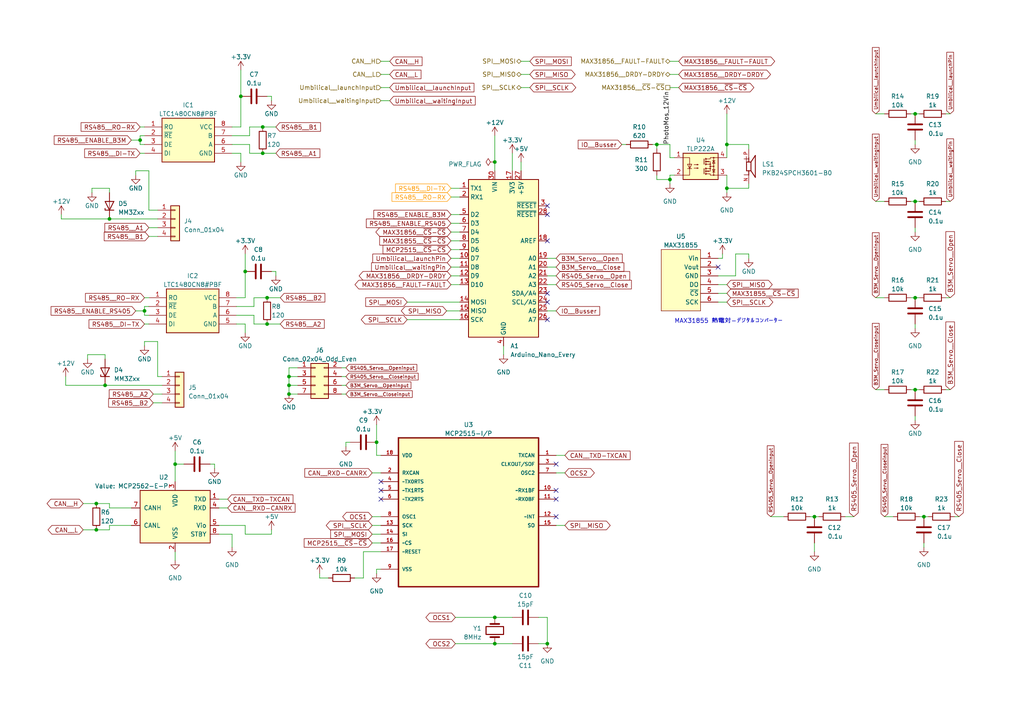
<source format=kicad_sch>
(kicad_sch (version 20230121) (generator eeschema)
  (paper "A4")
  (junction (at 27.94 153.67))
  (junction (at 83.82 114.3))
  (junction (at 143.51 186.69))
  (junction (at 76.2 36.83))
  (junction (at 210.82 54.61))
  (junction (at 210.82 41.91))
  (junction (at 236.22 149.86))
  (junction (at 143.51 179.07))
  (junction (at 40.64 40.64))
  (junction (at 83.82 111.76))
  (junction (at 265.43 86.36))
  (junction (at 50.8 134.62))
  (junction (at 77.47 86.36))
  (junction (at 265.43 113.03))
  (junction (at 190.5 41.91))
  (junction (at 76.2 44.45))
  (junction (at 194.31 52.07))
  (junction (at 31.75 63.5))
  (junction (at 265.43 58.42))
  (junction (at 69.85 27.94))
  (junction (at 41.91 90.17))
  (junction (at 71.12 78.74))
  (junction (at 77.47 93.98))
  (junction (at 109.22 128.27))
  (junction (at 83.82 109.22))
  (junction (at 30.48 111.76))
  (junction (at 158.75 186.69))
  (junction (at 267.97 149.86))
  (junction (at 265.43 33.02))
  (junction (at 27.94 146.05))
  (junction (at 143.51 46.99))
  (no_connect (at 158.75 92.71))
  (no_connect (at 208.28 77.47))
  (no_connect (at 158.75 62.23))
  (no_connect (at 161.29 144.78))
  (no_connect (at 158.75 85.09))
  (no_connect (at 161.29 134.62))
  (no_connect (at 158.75 69.85))
  (no_connect (at 110.49 139.7))
  (no_connect (at 158.75 87.63))
  (no_connect (at 161.29 149.86))
  (no_connect (at 110.49 144.78))
  (no_connect (at 161.29 142.24))
  (no_connect (at 110.49 142.24))
  (no_connect (at 158.75 59.69))
  (wire (pts (xy 67.31 41.91) (xy 72.39 41.91)))
  (wire (pts (xy 43.18 60.96) (xy 43.18 49.53)))
  (wire (pts (xy 213.36 80.01) (xy 213.36 73.66)))
  (wire (pts (xy 105.41 160.02) (xy 110.49 160.02)))
  (wire (pts (xy 113.03 21.59) (xy 110.49 21.59)))
  (wire (pts (xy 158.75 77.47) (xy 161.29 77.47)))
  (wire (pts (xy 130.81 80.01) (xy 133.35 80.01)))
  (wire (pts (xy 194.31 50.8) (xy 194.31 52.07)))
  (wire (pts (xy 210.82 41.91) (xy 217.17 41.91)))
  (wire (pts (xy 30.48 111.76) (xy 46.99 111.76)))
  (wire (pts (xy 107.95 149.86) (xy 110.49 149.86)))
  (wire (pts (xy 210.82 33.02) (xy 210.82 41.91)))
  (wire (pts (xy 105.41 167.64) (xy 105.41 160.02)))
  (wire (pts (xy 72.39 44.45) (xy 76.2 44.45)))
  (wire (pts (xy 73.66 86.36) (xy 77.47 86.36)))
  (wire (pts (xy 38.1 147.32) (xy 31.75 147.32)))
  (wire (pts (xy 217.17 43.18) (xy 217.17 41.91)))
  (wire (pts (xy 210.82 55.88) (xy 210.82 54.61)))
  (wire (pts (xy 245.11 149.86) (xy 247.65 149.86)))
  (wire (pts (xy 194.31 52.07) (xy 190.5 52.07)))
  (wire (pts (xy 69.85 27.94) (xy 69.85 36.83)))
  (wire (pts (xy 69.85 44.45) (xy 69.85 46.99)))
  (wire (pts (xy 236.22 157.48) (xy 236.22 160.02)))
  (wire (pts (xy 99.06 111.76) (xy 100.33 111.76)))
  (wire (pts (xy 68.58 91.44) (xy 73.66 91.44)))
  (wire (pts (xy 41.91 88.9) (xy 41.91 90.17)))
  (wire (pts (xy 102.87 167.64) (xy 105.41 167.64)))
  (wire (pts (xy 62.23 134.62) (xy 62.23 135.89)))
  (wire (pts (xy 50.8 162.56) (xy 50.8 160.02)))
  (wire (pts (xy 276.86 149.86) (xy 278.13 149.86)))
  (wire (pts (xy 80.01 80.01) (xy 80.01 78.74)))
  (wire (pts (xy 265.43 86.36) (xy 264.16 86.36)))
  (wire (pts (xy 31.75 147.32) (xy 31.75 146.05)))
  (wire (pts (xy 109.22 165.1) (xy 109.22 166.37)))
  (wire (pts (xy 24.13 153.67) (xy 27.94 153.67)))
  (wire (pts (xy 130.81 57.15) (xy 133.35 57.15)))
  (wire (pts (xy 130.81 77.47) (xy 133.35 77.47)))
  (wire (pts (xy 45.72 60.96) (xy 43.18 60.96)))
  (wire (pts (xy 30.48 104.14) (xy 30.48 102.87)))
  (wire (pts (xy 163.83 137.16) (xy 161.29 137.16)))
  (wire (pts (xy 110.49 25.4) (xy 113.03 25.4)))
  (wire (pts (xy 66.04 147.32) (xy 63.5 147.32)))
  (wire (pts (xy 31.75 152.4) (xy 31.75 153.67)))
  (wire (pts (xy 41.91 86.36) (xy 43.18 86.36)))
  (wire (pts (xy 69.85 20.32) (xy 69.85 27.94)))
  (wire (pts (xy 275.59 86.36) (xy 274.32 86.36)))
  (wire (pts (xy 68.58 88.9) (xy 73.66 88.9)))
  (wire (pts (xy 265.43 93.98) (xy 265.43 95.25)))
  (wire (pts (xy 73.66 93.98) (xy 77.47 93.98)))
  (wire (pts (xy 194.31 17.78) (xy 196.85 17.78)))
  (wire (pts (xy 213.36 73.66) (xy 217.17 73.66)))
  (wire (pts (xy 265.43 120.65) (xy 265.43 121.92)))
  (wire (pts (xy 78.74 27.94) (xy 77.47 27.94)))
  (wire (pts (xy 43.18 68.58) (xy 45.72 68.58)))
  (wire (pts (xy 107.95 152.4) (xy 110.49 152.4)))
  (wire (pts (xy 71.12 73.66) (xy 71.12 78.74)))
  (wire (pts (xy 256.54 149.86) (xy 259.08 149.86)))
  (wire (pts (xy 158.75 82.55) (xy 161.29 82.55)))
  (wire (pts (xy 190.5 41.91) (xy 194.31 41.91)))
  (wire (pts (xy 217.17 73.66) (xy 217.17 74.93)))
  (wire (pts (xy 41.91 90.17) (xy 41.91 91.44)))
  (wire (pts (xy 40.64 44.45) (xy 41.91 44.45)))
  (wire (pts (xy 73.66 88.9) (xy 73.66 86.36)))
  (wire (pts (xy 264.16 33.02) (xy 265.43 33.02)))
  (wire (pts (xy 38.1 40.64) (xy 40.64 40.64)))
  (wire (pts (xy 190.5 41.91) (xy 190.5 43.18)))
  (wire (pts (xy 77.47 93.98) (xy 81.28 93.98)))
  (wire (pts (xy 275.59 113.03) (xy 274.32 113.03)))
  (wire (pts (xy 40.64 40.64) (xy 40.64 41.91)))
  (wire (pts (xy 148.59 44.45) (xy 148.59 49.53)))
  (wire (pts (xy 31.75 146.05) (xy 27.94 146.05)))
  (wire (pts (xy 76.2 36.83) (xy 80.01 36.83)))
  (wire (pts (xy 67.31 39.37) (xy 72.39 39.37)))
  (wire (pts (xy 151.13 17.78) (xy 153.67 17.78)))
  (wire (pts (xy 234.95 149.86) (xy 236.22 149.86)))
  (wire (pts (xy 210.82 45.72) (xy 210.82 41.91)))
  (wire (pts (xy 46.99 109.22) (xy 45.72 109.22)))
  (wire (pts (xy 40.64 36.83) (xy 41.91 36.83)))
  (wire (pts (xy 17.78 63.5) (xy 31.75 63.5)))
  (wire (pts (xy 208.28 80.01) (xy 213.36 80.01)))
  (wire (pts (xy 66.04 144.78) (xy 63.5 144.78)))
  (wire (pts (xy 109.22 132.08) (xy 110.49 132.08)))
  (wire (pts (xy 41.91 93.98) (xy 43.18 93.98)))
  (wire (pts (xy 72.39 39.37) (xy 72.39 36.83)))
  (wire (pts (xy 158.75 74.93) (xy 161.29 74.93)))
  (wire (pts (xy 40.64 41.91) (xy 41.91 41.91)))
  (wire (pts (xy 190.5 52.07) (xy 190.5 50.8)))
  (wire (pts (xy 71.12 93.98) (xy 71.12 96.52)))
  (wire (pts (xy 24.13 146.05) (xy 27.94 146.05)))
  (wire (pts (xy 86.36 109.22) (xy 83.82 109.22)))
  (wire (pts (xy 86.36 111.76) (xy 83.82 111.76)))
  (wire (pts (xy 156.21 179.07) (xy 158.75 179.07)))
  (wire (pts (xy 110.49 29.21) (xy 113.03 29.21)))
  (wire (pts (xy 31.75 55.88) (xy 31.75 54.61)))
  (wire (pts (xy 194.31 45.72) (xy 195.58 45.72)))
  (wire (pts (xy 223.52 149.86) (xy 227.33 149.86)))
  (wire (pts (xy 208.28 82.55) (xy 210.82 82.55)))
  (wire (pts (xy 83.82 109.22) (xy 83.82 111.76)))
  (wire (pts (xy 130.81 67.31) (xy 133.35 67.31)))
  (wire (pts (xy 76.2 44.45) (xy 80.01 44.45)))
  (wire (pts (xy 143.51 46.99) (xy 143.51 49.53)))
  (wire (pts (xy 19.05 109.22) (xy 19.05 111.76)))
  (wire (pts (xy 39.37 49.53) (xy 39.37 50.8)))
  (wire (pts (xy 71.12 154.94) (xy 78.74 154.94)))
  (wire (pts (xy 194.31 21.59) (xy 196.85 21.59)))
  (wire (pts (xy 194.31 52.07) (xy 194.31 53.34)))
  (wire (pts (xy 264.16 113.03) (xy 265.43 113.03)))
  (wire (pts (xy 129.54 90.17) (xy 133.35 90.17)))
  (wire (pts (xy 31.75 54.61) (xy 26.67 54.61)))
  (wire (pts (xy 236.22 149.86) (xy 237.49 149.86)))
  (wire (pts (xy 44.45 114.3) (xy 46.99 114.3)))
  (wire (pts (xy 146.05 100.33) (xy 146.05 102.87)))
  (wire (pts (xy 158.75 90.17) (xy 161.29 90.17)))
  (wire (pts (xy 72.39 41.91) (xy 72.39 44.45)))
  (wire (pts (xy 41.91 99.06) (xy 41.91 100.33)))
  (wire (pts (xy 50.8 134.62) (xy 50.8 139.7)))
  (wire (pts (xy 17.78 62.23) (xy 17.78 63.5)))
  (wire (pts (xy 158.75 179.07) (xy 158.75 186.69)))
  (wire (pts (xy 275.59 58.42) (xy 274.32 58.42)))
  (wire (pts (xy 26.67 54.61) (xy 26.67 55.88)))
  (wire (pts (xy 130.81 54.61) (xy 133.35 54.61)))
  (wire (pts (xy 265.43 86.36) (xy 266.7 86.36)))
  (wire (pts (xy 158.75 80.01) (xy 161.29 80.01)))
  (wire (pts (xy 210.82 54.61) (xy 217.17 54.61)))
  (wire (pts (xy 67.31 36.83) (xy 69.85 36.83)))
  (wire (pts (xy 132.08 179.07) (xy 143.51 179.07)))
  (wire (pts (xy 73.66 91.44) (xy 73.66 93.98)))
  (wire (pts (xy 41.91 91.44) (xy 43.18 91.44)))
  (wire (pts (xy 254 33.02) (xy 256.54 33.02)))
  (wire (pts (xy 143.51 186.69) (xy 148.59 186.69)))
  (wire (pts (xy 86.36 106.68) (xy 83.82 106.68)))
  (wire (pts (xy 109.22 123.19) (xy 109.22 128.27)))
  (wire (pts (xy 30.48 102.87) (xy 25.4 102.87)))
  (wire (pts (xy 266.7 58.42) (xy 265.43 58.42)))
  (wire (pts (xy 151.13 21.59) (xy 153.67 21.59)))
  (wire (pts (xy 209.55 73.66) (xy 209.55 74.93)))
  (wire (pts (xy 99.06 109.22) (xy 100.33 109.22)))
  (wire (pts (xy 275.59 33.02) (xy 274.32 33.02)))
  (wire (pts (xy 31.75 63.5) (xy 45.72 63.5)))
  (wire (pts (xy 267.97 157.48) (xy 267.97 158.75)))
  (wire (pts (xy 151.13 46.99) (xy 151.13 49.53)))
  (wire (pts (xy 72.39 36.83) (xy 76.2 36.83)))
  (wire (pts (xy 189.23 41.91) (xy 190.5 41.91)))
  (wire (pts (xy 78.74 29.21) (xy 78.74 27.94)))
  (wire (pts (xy 118.11 87.63) (xy 133.35 87.63)))
  (wire (pts (xy 92.71 167.64) (xy 92.71 166.37)))
  (wire (pts (xy 45.72 99.06) (xy 41.91 99.06)))
  (wire (pts (xy 53.34 134.62) (xy 50.8 134.62)))
  (wire (pts (xy 130.81 64.77) (xy 133.35 64.77)))
  (wire (pts (xy 67.31 154.94) (xy 63.5 154.94)))
  (wire (pts (xy 77.47 86.36) (xy 81.28 86.36)))
  (wire (pts (xy 180.34 41.91) (xy 181.61 41.91)))
  (wire (pts (xy 266.7 149.86) (xy 267.97 149.86)))
  (wire (pts (xy 31.75 153.67) (xy 27.94 153.67)))
  (wire (pts (xy 130.81 72.39) (xy 133.35 72.39)))
  (wire (pts (xy 254 113.03) (xy 256.54 113.03)))
  (wire (pts (xy 266.7 33.02) (xy 265.43 33.02)))
  (wire (pts (xy 68.58 86.36) (xy 71.12 86.36)))
  (wire (pts (xy 130.81 74.93) (xy 133.35 74.93)))
  (wire (pts (xy 68.58 93.98) (xy 71.12 93.98)))
  (wire (pts (xy 101.6 128.27) (xy 100.33 128.27)))
  (wire (pts (xy 143.51 179.07) (xy 148.59 179.07)))
  (wire (pts (xy 99.06 106.68) (xy 100.33 106.68)))
  (wire (pts (xy 38.1 152.4) (xy 31.75 152.4)))
  (wire (pts (xy 19.05 111.76) (xy 30.48 111.76)))
  (wire (pts (xy 156.21 186.69) (xy 158.75 186.69)))
  (wire (pts (xy 43.18 49.53) (xy 39.37 49.53)))
  (wire (pts (xy 78.74 154.94) (xy 78.74 153.67)))
  (wire (pts (xy 71.12 152.4) (xy 63.5 152.4)))
  (wire (pts (xy 107.95 157.48) (xy 110.49 157.48)))
  (wire (pts (xy 100.33 128.27) (xy 100.33 129.54)))
  (wire (pts (xy 217.17 54.61) (xy 217.17 53.34)))
  (wire (pts (xy 41.91 39.37) (xy 40.64 39.37)))
  (wire (pts (xy 132.08 186.69) (xy 143.51 186.69)))
  (wire (pts (xy 194.31 25.4) (xy 196.85 25.4)))
  (wire (pts (xy 95.25 167.64) (xy 92.71 167.64)))
  (wire (pts (xy 143.51 39.37) (xy 143.51 46.99)))
  (wire (pts (xy 50.8 130.81) (xy 50.8 134.62)))
  (wire (pts (xy 254 86.36) (xy 256.54 86.36)))
  (wire (pts (xy 110.49 165.1) (xy 109.22 165.1)))
  (wire (pts (xy 45.72 109.22) (xy 45.72 99.06)))
  (wire (pts (xy 71.12 154.94) (xy 71.12 152.4)))
  (wire (pts (xy 43.18 66.04) (xy 45.72 66.04)))
  (wire (pts (xy 194.31 41.91) (xy 194.31 45.72)))
  (wire (pts (xy 80.01 78.74) (xy 78.74 78.74)))
  (wire (pts (xy 60.96 134.62) (xy 62.23 134.62)))
  (wire (pts (xy 83.82 106.68) (xy 83.82 109.22)))
  (wire (pts (xy 109.22 128.27) (xy 109.22 132.08)))
  (wire (pts (xy 254 58.42) (xy 256.54 58.42)))
  (wire (pts (xy 163.83 132.08) (xy 161.29 132.08)))
  (wire (pts (xy 107.95 154.94) (xy 110.49 154.94)))
  (wire (pts (xy 113.03 17.78) (xy 110.49 17.78)))
  (wire (pts (xy 25.4 102.87) (xy 25.4 104.14)))
  (wire (pts (xy 163.83 152.4) (xy 161.29 152.4)))
  (wire (pts (xy 107.95 137.16) (xy 110.49 137.16)))
  (wire (pts (xy 71.12 78.74) (xy 71.12 86.36)))
  (wire (pts (xy 267.97 149.86) (xy 269.24 149.86)))
  (wire (pts (xy 195.58 50.8) (xy 194.31 50.8)))
  (wire (pts (xy 39.37 90.17) (xy 41.91 90.17)))
  (wire (pts (xy 99.06 114.3) (xy 100.33 114.3)))
  (wire (pts (xy 118.11 92.71) (xy 133.35 92.71)))
  (wire (pts (xy 40.64 39.37) (xy 40.64 40.64)))
  (wire (pts (xy 265.43 67.31) (xy 265.43 66.04)))
  (wire (pts (xy 83.82 114.3) (xy 86.36 114.3)))
  (wire (pts (xy 43.18 88.9) (xy 41.91 88.9)))
  (wire (pts (xy 130.81 82.55) (xy 133.35 82.55)))
  (wire (pts (xy 265.43 58.42) (xy 264.16 58.42)))
  (wire (pts (xy 266.7 113.03) (xy 265.43 113.03)))
  (wire (pts (xy 265.43 41.91) (xy 265.43 40.64)))
  (wire (pts (xy 130.81 62.23) (xy 133.35 62.23)))
  (wire (pts (xy 151.13 25.4) (xy 153.67 25.4)))
  (wire (pts (xy 208.28 74.93) (xy 209.55 74.93)))
  (wire (pts (xy 67.31 158.75) (xy 67.31 154.94)))
  (wire (pts (xy 67.31 44.45) (xy 69.85 44.45)))
  (wire (pts (xy 208.28 87.63) (xy 210.82 87.63)))
  (wire (pts (xy 130.81 69.85) (xy 133.35 69.85)))
  (wire (pts (xy 83.82 111.76) (xy 83.82 114.3)))
  (wire (pts (xy 210.82 85.09) (xy 208.28 85.09)))
  (wire (pts (xy 44.45 116.84) (xy 46.99 116.84)))
  (wire (pts (xy 210.82 50.8) (xy 210.82 54.61)))
  (text "MAX31855 熱電対-デジタルコンバーター" (at 195.58 93.98 0) (effects (font (size 1.27 1.27)) (justify left bottom)))
  (label "PhotoMos_12Vin" (at 194.31 41.91 90))
  (global_label "Umbilical__waitingPin" (shape input) (at 275.59 58.42 90) (effects (font (size 1 1))) (property "Intersheetrefs" "${INTERSHEET_REFS}" (effects hide)))
  (global_label "B3M_Servo__Openinput" (shape input) (at 100.33 111.76 0) (effects (font (size 1 1))) (property "Intersheetrefs" "${INTERSHEET_REFS}" (effects hide)))
  (global_label "MCP2515__~{CS}-~{CS}" (shape input) (at 107.95 157.48 180) (property "Intersheetrefs" "${INTERSHEET_REFS}" (effects hide)))
  (global_label "RS405_Servo__Close" (shape input) (at 278.13 149.86 90) (property "Intersheetrefs" "${INTERSHEET_REFS}" (effects hide)))
  (global_label "RS405_Servo__Openinput" (shape input) (at 223.52 149.86 90) (effects (font (size 1 1))) (property "Intersheetrefs" "${INTERSHEET_REFS}" (effects hide)))
  (global_label "RS405_Servo__Closeinput" (shape input) (at 256.54 149.86 90) (effects (font (size 1 1))) (property "Intersheetrefs" "${INTERSHEET_REFS}" (effects hide)))
  (global_label "RS405_Servo__Open" (shape input) (at 161.29 80.01 0) (property "Intersheetrefs" "${INTERSHEET_REFS}" (effects hide)))
  (global_label "B3M_Servo__Closeinput" (shape input) (at 254 113.03 90) (effects (font (size 1 1))) (property "Intersheetrefs" "${INTERSHEET_REFS}" (effects hide)))
  (global_label "MAX31856__DRDY-DRDY" (shape bidirectional) (at 196.85 21.59 0) (property "Intersheetrefs" "${INTERSHEET_REFS}" (effects hide)))
  (global_label "MAX31856__~{CS}-~{CS}" (shape bidirectional) (at 130.81 67.31 180) (property "Intersheetrefs" "${INTERSHEET_REFS}" (effects hide)))
  (global_label "RS485__A2" (shape input) (at 81.28 93.98 0) (property "Intersheetrefs" "${INTERSHEET_REFS}" (effects hide)))
  (global_label "CAN__L" (shape input) (at 113.03 21.59 0) (property "Intersheetrefs" "${INTERSHEET_REFS}" (effects hide)))
  (global_label "MAX31855__~{CS}-~{CS}" (shape input) (at 210.82 85.09 0) (property "Intersheetrefs" "${INTERSHEET_REFS}" (effects hide)))
  (global_label "SPI__MISO" (shape bidirectional) (at 129.54 90.17 180) (property "Intersheetrefs" "${INTERSHEET_REFS}" (effects hide)))
  (global_label "Umbilical__waitingPin" (shape input) (at 130.81 77.47 180) (property "Intersheetrefs" "${INTERSHEET_REFS}" (effects hide)))
  (global_label "SPI__MOSI" (shape input) (at 153.67 17.78 0) (property "Intersheetrefs" "${INTERSHEET_REFS}" (effects hide)))
  (global_label "B3M_Servo__Open" (shape input) (at 161.29 74.93 0) (property "Intersheetrefs" "${INTERSHEET_REFS}" (effects hide)))
  (global_label "MAX31856__FAULT-FAULT" (shape bidirectional) (at 196.85 17.78 0) (property "Intersheetrefs" "${INTERSHEET_REFS}" (effects hide)))
  (global_label "Umbilical__waitingInput" (shape input) (at 113.03 29.21 0) (property "Intersheetrefs" "${INTERSHEET_REFS}" (effects hide)))
  (global_label "RS485__B2" (shape input) (at 81.28 86.36 0) (property "Intersheetrefs" "${INTERSHEET_REFS}" (effects hide)))
  (global_label "RS485__RO-RX" (shape input) (at 40.64 36.83 180) (property "Intersheetrefs" "${INTERSHEET_REFS}" (effects hide)))
  (global_label "CAN__RXD-CANRX" (shape input) (at 107.95 137.16 180) (property "Intersheetrefs" "${INTERSHEET_REFS}" (effects hide)))
  (global_label "SPI__SCLK" (shape bidirectional) (at 210.82 87.63 0) (property "Intersheetrefs" "${INTERSHEET_REFS}" (effects hide)))
  (global_label "B3M_Servo__Close" (shape input) (at 275.59 113.03 90) (property "Intersheetrefs" "${INTERSHEET_REFS}" (effects hide)))
  (global_label "Umbilical__launchInput" (shape input) (at 254 33.02 90) (effects (font (size 1 1))) (property "Intersheetrefs" "${INTERSHEET_REFS}" (effects hide)))
  (global_label "RS485__DI-TX" (shape input) (at 41.91 93.98 180) (property "Intersheetrefs" "${INTERSHEET_REFS}" (effects hide)))
  (global_label "RS485__RO-RX" (shape input) (at 130.81 57.15 180) (property "Intersheetrefs" "${INTERSHEET_REFS}" (effects hide)))
  (global_label "RS485__A1" (shape input) (at 43.18 66.04 180) (property "Intersheetrefs" "${INTERSHEET_REFS}" (effects hide)))
  (global_label "CAN__H" (shape input) (at 113.03 17.78 0) (property "Intersheetrefs" "${INTERSHEET_REFS}" (effects hide)))
  (global_label "MAX31856__FAULT-FAULT" (shape bidirectional) (at 130.81 82.55 180) (property "Intersheetrefs" "${INTERSHEET_REFS}" (effects hide)))
  (global_label "SPI__MISO" (shape bidirectional) (at 153.67 21.59 0) (property "Intersheetrefs" "${INTERSHEET_REFS}" (effects hide)))
  (global_label "RS405_Servo__Close" (shape input) (at 161.29 82.55 0) (property "Intersheetrefs" "${INTERSHEET_REFS}" (effects hide)))
  (global_label "Umbilical__launchPin" (shape input) (at 275.59 33.02 90) (effects (font (size 1 1))) (property "Intersheetrefs" "${INTERSHEET_REFS}" (effects hide)))
  (global_label "MAX31856__~{CS}-~{CS}" (shape bidirectional) (at 196.85 25.4 0) (property "Intersheetrefs" "${INTERSHEET_REFS}" (effects hide)))
  (global_label "RS485__DI-TX" (shape input) (at 40.64 44.45 180) (property "Intersheetrefs" "${INTERSHEET_REFS}" (effects hide)))
  (global_label "SPI__MISO" (shape bidirectional) (at 163.83 152.4 0) (property "Intersheetrefs" "${INTERSHEET_REFS}" (effects hide)))
  (global_label "RS485__B2" (shape input) (at 44.45 116.84 180) (property "Intersheetrefs" "${INTERSHEET_REFS}" (effects hide)))
  (global_label "B3M_Servo__Openinput" (shape input) (at 254 86.36 90) (effects (font (size 1 1))) (property "Intersheetrefs" "${INTERSHEET_REFS}" (effects hide)))
  (global_label "SPI__SCLK" (shape bidirectional) (at 107.95 152.4 180) (property "Intersheetrefs" "${INTERSHEET_REFS}" (effects hide)))
  (global_label "CAN__TXD-TXCAN" (shape input) (at 66.04 144.78 0) (property "Intersheetrefs" "${INTERSHEET_REFS}" (effects hide)))
  (global_label "RS485__B1" (shape input) (at 43.18 68.58 180) (property "Intersheetrefs" "${INTERSHEET_REFS}" (effects hide)))
  (global_label "RS485__RO-RX" (shape input) (at 41.91 86.36 180) (property "Intersheetrefs" "${INTERSHEET_REFS}" (effects hide)))
  (global_label "SPI__SCLK" (shape bidirectional) (at 153.67 25.4 0) (property "Intersheetrefs" "${INTERSHEET_REFS}" (effects hide)))
  (global_label "RS485__A2" (shape input) (at 44.45 114.3 180) (property "Intersheetrefs" "${INTERSHEET_REFS}" (effects hide)))
  (global_label "IO__Busser" (shape input) (at 180.34 41.91 180) (property "Intersheetrefs" "${INTERSHEET_REFS}" (effects hide)))
  (global_label "OCS2" (shape bidirectional) (at 163.83 137.16 0) (property "Intersheetrefs" "${INTERSHEET_REFS}" (effects hide)))
  (global_label "Umbilical__waitingInput" (shape input) (at 254 58.42 90) (effects (font (size 1 1))) (property "Intersheetrefs" "${INTERSHEET_REFS}" (effects hide)))
  (global_label "CAN__H" (shape bidirectional) (at 24.13 146.05 180) (property "Intersheetrefs" "${INTERSHEET_REFS}" (effects hide)))
  (global_label "RS485__ENABLE_RS405" (shape input) (at 130.81 64.77 180) (property "Intersheetrefs" "${INTERSHEET_REFS}" (effects hide)))
  (global_label "RS485__A1" (shape input) (at 80.01 44.45 0) (property "Intersheetrefs" "${INTERSHEET_REFS}" (effects hide)))
  (global_label "CAN__RXD-CANRX" (shape input) (at 66.04 147.32 0) (property "Intersheetrefs" "${INTERSHEET_REFS}" (effects hide)))
  (global_label "MAX31855__~{CS}-~{CS}" (shape input) (at 130.81 69.85 180) (property "Intersheetrefs" "${INTERSHEET_REFS}" (effects hide)))
  (global_label "MCP2515__~{CS}-~{CS}" (shape input) (at 130.81 72.39 180) (property "Intersheetrefs" "${INTERSHEET_REFS}" (effects hide)))
  (global_label "SPI__MISO" (shape bidirectional) (at 210.82 82.55 0) (property "Intersheetrefs" "${INTERSHEET_REFS}" (effects hide)))
  (global_label "RS405_Servo__Openinput" (shape input) (at 100.33 106.68 0) (effects (font (size 1 1))) (property "Intersheetrefs" "${INTERSHEET_REFS}" (effects hide)))
  (global_label "OCS1" (shape bidirectional) (at 132.08 179.07 180) (property "Intersheetrefs" "${INTERSHEET_REFS}" (effects hide)))
  (global_label "B3M_Servo__Open" (shape input) (at 275.59 86.36 90) (property "Intersheetrefs" "${INTERSHEET_REFS}" (effects hide)))
  (global_label "RS485__B1" (shape input) (at 80.01 36.83 0) (property "Intersheetrefs" "${INTERSHEET_REFS}" (effects hide)))
  (global_label "SPI__MOSI" (shape input) (at 107.95 154.94 180) (property "Intersheetrefs" "${INTERSHEET_REFS}" (effects hide)))
  (global_label "MAX31856__DRDY-DRDY" (shape bidirectional) (at 130.81 80.01 180) (property "Intersheetrefs" "${INTERSHEET_REFS}" (effects hide)))
  (global_label "Umbilical__launchInput" (shape input) (at 113.03 25.4 0) (property "Intersheetrefs" "${INTERSHEET_REFS}" (effects hide)))
  (global_label "RS485__ENABLE_B3M" (shape input) (at 130.81 62.23 180) (property "Intersheetrefs" "${INTERSHEET_REFS}" (effects hide)))
  (global_label "RS485__ENABLE_B3M" (shape input) (at 38.1 40.64 180) (property "Intersheetrefs" "${INTERSHEET_REFS}" (effects hide)))
  (global_label "RS485__ENABLE_RS405" (shape input) (at 39.37 90.17 180) (property "Intersheetrefs" "${INTERSHEET_REFS}" (effects hide)))
  (global_label "OCS2" (shape bidirectional) (at 132.08 186.69 180) (property "Intersheetrefs" "${INTERSHEET_REFS}" (effects hide)))
  (global_label "RS405_Servo__Open" (shape input) (at 247.65 149.86 90) (property "Intersheetrefs" "${INTERSHEET_REFS}" (effects hide)))
  (global_label "B3M_Servo__Close" (shape input) (at 161.29 77.47 0) (property "Intersheetrefs" "${INTERSHEET_REFS}" (effects hide)))
  (global_label "SPI__MOSI" (shape input) (at 118.11 87.63 180) (property "Intersheetrefs" "${INTERSHEET_REFS}" (effects hide)))
  (global_label "IO__Busser" (shape input) (at 161.29 90.17 0) (property "Intersheetrefs" "${INTERSHEET_REFS}" (effects hide)))
  (global_label "SPI__SCLK" (shape bidirectional) (at 118.11 92.71 180) (property "Intersheetrefs" "${INTERSHEET_REFS}" (effects hide)))
  (global_label "OCS1" (shape bidirectional) (at 107.95 149.86 180) (property "Intersheetrefs" "${INTERSHEET_REFS}" (effects hide)))
  (global_label "CAN__TXD-TXCAN" (shape input) (at 163.83 132.08 0) (property "Intersheetrefs" "${INTERSHEET_REFS}" (effects hide)))
  (global_label "Umbilical__launchPin" (shape input) (at 130.81 74.93 180) (property "Intersheetrefs" "${INTERSHEET_REFS}" (effects hide)))
  (global_label "RS405_Servo__Closeinput" (shape input) (at 100.33 109.22 0) (effects (font (size 1 1))) (property "Intersheetrefs" "${INTERSHEET_REFS}" (effects hide)))
  (global_label "B3M_Servo__Closeinput" (shape input) (at 100.33 114.3 0) (effects (font (size 1 1))) (property "Intersheetrefs" "${INTERSHEET_REFS}" (effects hide)))
  (global_label "RS485__DI-TX" (shape input) (at 130.81 54.61 180) (property "Intersheetrefs" "${INTERSHEET_REFS}" (effects hide)))
  (global_label "CAN__L" (shape bidirectional) (at 24.13 153.67 180) (property "Intersheetrefs" "${INTERSHEET_REFS}" (effects hide)))
  (hierarchical_label "SPI__MISO" (shape bidirectional) (at 151.13 21.59 180))
  (hierarchical_label "SPI__MOSI" (shape bidirectional) (at 151.13 17.78 180))
  (hierarchical_label "CAN__H" (shape input) (at 110.49 17.78 180))
  (hierarchical_label "Umbilical__launchInput" (shape input) (at 110.49 25.4 180))
  (hierarchical_label "SPI__SCLK" (shape bidirectional) (at 151.13 25.4 180))
  (hierarchical_label "MAX31856__DRDY-DRDY" (shape bidirectional) (at 194.31 21.59 180))
  (hierarchical_label "MAX31856__~{CS}-~{CS}" (shape passive) (at 194.31 25.4 180))
  (hierarchical_label "MAX31856__FAULT-FAULT" (shape bidirectional) (at 194.31 17.78 180))
  (hierarchical_label "CAN__L" (shape input) (at 110.49 21.59 180))
  (hierarchical_label "Umbilical__waitingInput" (shape input) (at 110.49 29.21 180))
  (symbol (lib_id "Device:C") (at 265.43 116.84 0) (unit 1)
    (property "Reference" "C16" (at 269.24 116.205 0) (effects (justify left)))
    (property "Value" "0.1u" (at 269.24 118.745 0) (effects (justify left)))
    (property "Footprint" "Capacitor_SMD:C_0805_2012Metric_Pad1.18x1.45mm_HandSolder" (effects hide))
  )
  (symbol (lib_id "Connector_Generic:Conn_01x04") (at 52.07 111.76 0) (unit 1)
    (property "Reference" "J5" (at 54.61 112.395 0) (effects (justify left)))
    (property "Value" "Conn_01x04" (at 54.61 114.935 0) (effects (justify left)))
    (property "Footprint" "CONNECTOR:CONNECTOR_4-STRAIGHT" (effects hide))
  )
  (symbol (lib_id "LTC1480CN8#PBF:LTC1480CN8#PBF") (at 43.18 86.36 0) (unit 1)
    (property "Reference" "IC2" (at 55.88 80.01 0))
    (property "Value" "LTC1480CN8#PBF" (at 55.88 82.55 0))
    (property "Footprint" "LTC1480CN8#PBF:DIP794W53P254L1016H394Q8N" (effects hide))
    (property "Datasheet" "https://www.analog.com/media/en/technical-documentation/data-sheets/1480fa.pdf" (effects hide))
    (property "Height" "3.937" (effects hide))
    (property "Manufacturer_Name" "Analog Devices" (effects hide))
    (property "Manufacturer_Part_Number" "LTC1480CN8#PBF" (effects hide))
    (property "Mouser Part Number" "584-LTC1480CN8#PBF" (effects hide))
    (property "Mouser Price/Stock" "https://www.mouser.co.uk/ProductDetail/Analog-Devices/LTC1480CN8PBF?qs=hVkxg5c3xu8DxKxOuOmmTA%3D%3D" (effects hide))
    (property "Arrow Part Number" "LTC1480CN8#PBF" (effects hide))
    (property "Arrow Price/Stock" "https://www.arrow.com/en/products/ltc1480cn8pbf/analog-devices?region=nac" (effects hide))
  )
  (symbol (lib_id "PKB24SPCH3601-B0:PKB24SPCH3601-B0") (at 217.17 48.26 0) (unit 1)
    (property "Reference" "LS1" (at 220.98 47.625 0) (effects (justify left)))
    (property "Value" "PKB24SPCH3601-B0" (at 220.98 50.165 0) (effects (justify left)))
    (property "Footprint" "PKB24SPCH3601-B0:SPKR_PKB24SPCH3601-B0" (effects hide))
    (property "Datasheet" "https://akizukidenshi.com/download/murata-piezo-buzzer.pdf" (effects hide))
    (property "PARTREV" "March 24, 2017" (effects hide))
    (property "MANUFACTURER" "Murata Electronics" (effects hide))
    (property "MAXIMUM_PACKAGE_HEIGHT" "10.0 mm" (effects hide))
    (property "STANDARD" "IPC-7351B" (effects hide))
  )
  (symbol (lib_id "Device:R") (at 76.2 40.64 0) (unit 1)
    (property "Reference" "R7" (at 77.47 39.37 0) (effects (justify left)))
    (property "Value" "120" (at 77.47 41.91 0) (effects (justify left)))
    (property "Footprint" "Resistor_SMD:R_0603_1608Metric_Pad0.98x0.95mm_HandSolder" (effects hide))
  )
  (symbol (lib_id "Device:R") (at 185.42 41.91 90) (unit 1)
    (property "Reference" "R10" (at 185.42 36.83 90))
    (property "Value" "620" (at 185.42 39.37 90))
    (property "Footprint" "Resistor_SMD:R_0603_1608Metric_Pad0.98x0.95mm_HandSolder" (effects hide))
  )
  (symbol (lib_id "Connector_Generic:Conn_01x04") (at 50.8 63.5 0) (unit 1)
    (property "Reference" "J4" (at 53.34 64.135 0) (effects (justify left)))
    (property "Value" "Conn_01x04" (at 53.34 66.675 0) (effects (justify left)))
    (property "Footprint" "CONNECTOR:CONNECTOR_4-STRAIGHT" (effects hide))
  )
  (symbol (lib_id "MAX31855:MAX31855") (at 205.74 71.12 0) (unit 1)
    (property "Reference" "U5" (at 197.485 68.58 0))
    (property "Value" "MAX31855" (at 197.485 71.12 0))
    (property "Footprint" "MAX31855:MAX31855" (effects hide))
    (property "Datasheet" "https://www.analog.com/media/en/technical-documentation/data-sheets/MAX31855.pdf" (effects hide))
  )
  (symbol (lib_id "Device:R") (at 27.94 149.86 0) (unit 1)
    (property "Reference" "R6" (at 29.21 148.59 0) (effects (justify left)))
    (property "Value" "120" (at 29.21 151.13 0) (effects (justify left)))
    (property "Footprint" "Resistor_SMD:R_0603_1608Metric_Pad0.98x0.95mm_HandSolder" (effects hide))
  )
  (symbol (lib_id "power:GND") (at 194.31 53.34 0) (unit 1)
    (property "Reference" "#PWR040" (effects hide))
    (property "Value" "GND" (at 194.31 58.42 0))
  )
  (symbol (lib_id "Device:C") (at 265.43 90.17 0) (unit 1)
    (property "Reference" "C15" (at 269.24 89.535 0) (effects (justify left)))
    (property "Value" "0.1u" (at 269.24 92.075 0) (effects (justify left)))
    (property "Footprint" "Capacitor_SMD:C_0805_2012Metric_Pad1.18x1.45mm_HandSolder" (effects hide))
  )
  (symbol (lib_id "power:GND") (at 69.85 46.99 0) (unit 1)
    (property "Reference" "#PWR024" (effects hide))
    (property "Value" "GND" (at 69.85 50.8 0))
  )
  (symbol (lib_id "Connector_Generic:Conn_02x04_Odd_Even") (at 91.44 109.22 0) (unit 1)
    (property "Reference" "J6" (at 92.71 101.6 0))
    (property "Value" "Conn_02x04_Odd_Even" (at 92.71 104.14 0))
    (property "Footprint" "Hirose_Connector:Hirose_DF11B-8DP-2DS" (effects hide))
  )
  (symbol (lib_id "power:GND") (at 25.4 104.14 0) (unit 1)
    (property "Reference" "#PWR051" (effects hide))
    (property "Value" "GND" (at 25.4 107.95 0))
  )
  (symbol (lib_id "power:GND") (at 265.43 95.25 0) (unit 1)
    (property "Reference" "#PWR048" (effects hide))
    (property "Value" "GND" (at 265.43 100.33 0))
  )
  (symbol (lib_id "power:+12V") (at 143.51 39.37 0) (unit 1)
    (property "Reference" "#PWR035" (effects hide))
    (property "Value" "+12V" (at 143.51 35.56 0))
  )
  (symbol (lib_id "power:GND") (at 80.01 80.01 0) (unit 1)
    (property "Reference" "#PWR029" (effects hide))
    (property "Value" "GND" (at 80.01 83.82 0))
  )
  (symbol (lib_id "Device:R") (at 270.51 113.03 90) (unit 1)
    (property "Reference" "R22" (at 270.51 107.95 90))
    (property "Value" "1k" (at 270.51 110.49 90))
    (property "Footprint" "Resistor_SMD:R_0603_1608Metric_Pad0.98x0.95mm_HandSolder" (effects hide))
  )
  (symbol (lib_id "power:+12V") (at 17.78 62.23 0) (unit 1)
    (property "Reference" "#PWR015" (effects hide))
    (property "Value" "+12V" (at 17.78 58.42 0))
  )
  (symbol (lib_id "power:GND") (at 265.43 67.31 0) (unit 1)
    (property "Reference" "#PWR047" (effects hide))
    (property "Value" "GND" (at 265.43 72.39 0))
  )
  (symbol (lib_id "Device:C") (at 74.93 78.74 90) (unit 1)
    (property "Reference" "C8" (at 74.93 72.39 90))
    (property "Value" "0.1u" (at 74.93 74.93 90))
    (property "Footprint" "Capacitor_SMD:C_0603_1608Metric_Pad1.08x0.95mm_HandSolder" (effects hide))
  )
  (symbol (lib_id "Device:C") (at 265.43 62.23 0) (unit 1)
    (property "Reference" "C14" (at 269.24 61.595 0) (effects (justify left)))
    (property "Value" "0.1u" (at 269.24 64.135 0) (effects (justify left)))
    (property "Footprint" "Capacitor_SMD:C_0805_2012Metric_Pad1.18x1.45mm_HandSolder" (effects hide))
  )
  (symbol (lib_id "Device:C") (at 152.4 179.07 90) (unit 1)
    (property "Reference" "C10" (at 152.4 172.72 90))
    (property "Value" "15pF" (at 152.4 175.26 90))
    (property "Footprint" "Capacitor_SMD:C_0603_1608Metric_Pad1.08x0.95mm_HandSolder" (effects hide))
  )
  (symbol (lib_id "Diode:MM3Zxx") (at 30.48 107.95 90) (unit 1)
    (property "Reference" "D4" (at 33.02 107.315 90) (effects (justify right)))
    (property "Value" "MM3Zxx" (at 33.02 109.855 90) (effects (justify right)))
    (property "Footprint" "Diode_SMD:D_SOD-323F" (effects hide))
    (property "Datasheet" "https://diotec.com/tl_files/diotec/files/pdf/datasheets/mm3z2v4.pdf" (effects hide))
  )
  (symbol (lib_id "power:GND") (at 267.97 158.75 0) (unit 1)
    (property "Reference" "#PWR050" (effects hide))
    (property "Value" "GND" (at 267.97 163.83 0))
  )
  (symbol (lib_id "power:GND") (at 67.31 158.75 0) (unit 1)
    (property "Reference" "#PWR022" (effects hide))
    (property "Value" "GND" (at 67.31 163.83 0))
  )
  (symbol (lib_id "power:GND") (at 41.91 100.33 0) (unit 1)
    (property "Reference" "#PWR018" (effects hide))
    (property "Value" "GND" (at 41.91 104.14 0))
  )
  (symbol (lib_id "power:GND") (at 146.05 102.87 0) (unit 1)
    (property "Reference" "#PWR036" (effects hide))
    (property "Value" "GND" (at 146.05 107.95 0))
  )
  (symbol (lib_id "power:GND") (at 71.12 96.52 0) (unit 1)
    (property "Reference" "#PWR026" (effects hide))
    (property "Value" "GND" (at 71.12 100.33 0))
  )
  (symbol (lib_id "power:GND") (at 62.23 135.89 0) (unit 1)
    (property "Reference" "#PWR021" (effects hide))
    (property "Value" "GND" (at 62.23 139.7 0))
  )
  (symbol (lib_id "Device:R") (at 273.05 149.86 90) (unit 1)
    (property "Reference" "R23" (at 273.05 144.78 90))
    (property "Value" "1k" (at 273.05 147.32 90))
    (property "Footprint" "Resistor_SMD:R_0603_1608Metric_Pad0.98x0.95mm_HandSolder" (effects hide))
  )
  (symbol (lib_id "Device:R") (at 260.35 58.42 90) (unit 1)
    (property "Reference" "R15" (at 260.35 53.34 90))
    (property "Value" "10k" (at 260.35 55.88 90))
    (property "Footprint" "Resistor_SMD:R_0603_1608Metric_Pad0.98x0.95mm_HandSolder" (effects hide))
  )
  (symbol (lib_id "MCP2515-I_P:MCP2515-I{slash}P") (at 135.89 144.78 0) (unit 1)
    (property "Reference" "U3" (at 135.89 123.19 0))
    (property "Value" "MCP2515-I/P" (at 135.89 125.73 0))
    (property "Footprint" "MCP2515-I_P:DIP254P762X432-18" (effects hide))
    (property "MPN" "MCP2515-I/P" (effects hide))
    (property "OC_FARNELL" "1439391" (effects hide))
    (property "PACKAGE" "PDIP-18" (effects hide))
    (property "SUPPLIER" "MICROCHIP" (effects hide))
    (property "DESCRIPTION" "CAN CONTRL" (effects hide))
    (property "OC_NEWARK" "61K2945" (effects hide))
  )
  (symbol (lib_id "Device:R") (at 190.5 46.99 0) (mirror x) (unit 1)
    (property "Reference" "R11" (at 187.96 46.355 0) (effects (justify right)))
    (property "Value" "300" (at 187.96 48.895 0) (effects (justify right)))
    (property "Footprint" "Resistor_SMD:R_0603_1608Metric_Pad0.98x0.95mm_HandSolder" (effects hide))
  )
  (symbol (lib_id "power:GND") (at 217.17 74.93 0) (unit 1)
    (property "Reference" "#PWR044" (effects hide))
    (property "Value" "GND" (at 217.17 78.74 0))
  )
  (symbol (lib_id "power:+12V") (at 19.05 109.22 0) (unit 1)
    (property "Reference" "#PWR016" (effects hide))
    (property "Value" "+12V" (at 19.05 105.41 0))
  )
  (symbol (lib_id "power:+5V") (at 151.13 46.99 0) (unit 1)
    (property "Reference" "#PWR038" (effects hide))
    (property "Value" "+5V" (at 151.13 43.18 0))
  )
  (symbol (lib_id "Device:C") (at 57.15 134.62 270) (unit 1)
    (property "Reference" "C6" (at 57.15 128.27 90))
    (property "Value" "0.1u" (at 57.15 130.81 90))
    (property "Footprint" "Capacitor_SMD:C_0603_1608Metric_Pad1.08x0.95mm_HandSolder" (effects hide))
  )
  (symbol (lib_id "power:GND") (at 100.33 129.54 0) (unit 1)
    (property "Reference" "#PWR032" (effects hide))
    (property "Value" "GND" (at 100.33 134.62 0))
  )
  (symbol (lib_id "Device:C") (at 152.4 186.69 90) (mirror x) (unit 1)
    (property "Reference" "C11" (at 152.4 193.04 90))
    (property "Value" "15pF" (at 152.4 190.5 90))
    (property "Footprint" "Capacitor_SMD:C_0603_1608Metric_Pad1.08x0.95mm_HandSolder" (effects hide))
  )
  (symbol (lib_id "power:+3.3V") (at 92.71 166.37 0) (unit 1)
    (property "Reference" "#PWR031" (effects hide))
    (property "Value" "+3.3V" (at 92.71 162.56 0))
  )
  (symbol (lib_id "power:+3.3V") (at 109.22 123.19 0) (unit 1)
    (property "Reference" "#PWR033" (effects hide))
    (property "Value" "+3.3V" (at 107.95 119.38 0))
  )
  (symbol (lib_id "power:+5V") (at 50.8 130.81 0) (unit 1)
    (property "Reference" "#PWR019" (effects hide))
    (property "Value" "+5V" (at 50.8 127 0))
  )
  (symbol (lib_id "power:GND") (at 236.22 160.02 0) (unit 1)
    (property "Reference" "#PWR045" (effects hide))
    (property "Value" "GND" (at 236.22 165.1 0))
  )
  (symbol (lib_id "Device:R") (at 270.51 58.42 90) (unit 1)
    (property "Reference" "R20" (at 270.51 53.34 90))
    (property "Value" "1k" (at 270.51 55.88 90))
    (property "Footprint" "Resistor_SMD:R_0603_1608Metric_Pad0.98x0.95mm_HandSolder" (effects hide))
  )
  (symbol (lib_id "power:+12V") (at 210.82 33.02 0) (unit 1)
    (property "Reference" "#PWR042" (effects hide))
    (property "Value" "+12V" (at 210.82 29.21 0))
  )
  (symbol (lib_id "Diode:MM3Zxx") (at 31.75 59.69 90) (unit 1)
    (property "Reference" "D5" (at 34.29 59.055 90) (effects (justify right)))
    (property "Value" "MM3Zxx" (at 34.29 61.595 90) (effects (justify right)))
    (property "Footprint" "Diode_SMD:D_SOD-323F" (effects hide))
    (property "Datasheet" "https://diotec.com/tl_files/diotec/files/pdf/datasheets/mm3z2v4.pdf" (effects hide))
  )
  (symbol (lib_id "Device:R") (at 270.51 86.36 90) (unit 1)
    (property "Reference" "R21" (at 270.51 81.28 90))
    (property "Value" "1k" (at 270.51 83.82 90))
    (property "Footprint" "Resistor_SMD:R_0603_1608Metric_Pad0.98x0.95mm_HandSolder" (effects hide))
  )
  (symbol (lib_id "power:GND") (at 109.22 166.37 0) (unit 1)
    (property "Reference" "#PWR034" (effects hide))
    (property "Value" "GND" (at 109.22 171.45 0))
  )
  (symbol (lib_id "Device:R") (at 99.06 167.64 90) (unit 1)
    (property "Reference" "R9" (at 99.06 162.56 90))
    (property "Value" "10k" (at 99.06 165.1 90))
    (property "Footprint" "Resistor_SMD:R_0603_1608Metric_Pad0.98x0.95mm_HandSolder" (effects hide))
  )
  (symbol (lib_id "Device:R") (at 260.35 86.36 90) (unit 1)
    (property "Reference" "R16" (at 260.35 81.28 90))
    (property "Value" "10k" (at 260.35 83.82 90))
    (property "Footprint" "Resistor_SMD:R_0603_1608Metric_Pad0.98x0.95mm_HandSolder" (effects hide))
  )
  (symbol (lib_id "Device:R") (at 260.35 33.02 90) (unit 1)
    (property "Reference" "R14" (at 260.35 27.94 90))
    (property "Value" "10k" (at 260.35 30.48 90))
    (property "Footprint" "Resistor_SMD:R_0603_1608Metric_Pad0.98x0.95mm_HandSolder" (effects hide))
  )
  (symbol (lib_id "Relay_SolidState:TLP222A") (at 203.2 48.26 0) (unit 1)
    (property "Reference" "U4" (at 203.2 40.64 0))
    (property "Value" "TLP222A" (at 203.2 43.18 0))
    (property "Footprint" "Package_DIP:DIP-4_W7.62mm" (effects hide))
    (property "Datasheet" "https://toshiba.semicon-storage.com/info/docget.jsp?did=17036&prodName=TLP222A" (effects hide))
  )
  (symbol (lib_id "Device:C") (at 73.66 27.94 90) (unit 1)
    (property "Reference" "C7" (at 73.66 21.59 90))
    (property "Value" "0.1u" (at 73.66 24.13 90))
    (property "Footprint" "Capacitor_SMD:C_0603_1608Metric_Pad1.08x0.95mm_HandSolder" (effects hide))
  )
  (symbol (lib_id "power:GND") (at 265.43 121.92 0) (unit 1)
    (property "Reference" "#PWR049" (effects hide))
    (property "Value" "GND" (at 265.43 125.73 0))
  )
  (symbol (lib_id "power:GND") (at 78.74 29.21 0) (unit 1)
    (property "Reference" "#PWR027" (effects hide))
    (property "Value" "GND" (at 78.74 33.02 0))
  )
  (symbol (lib_id "power:+3.3V") (at 148.59 44.45 0) (unit 1)
    (property "Reference" "#PWR037" (effects hide))
    (property "Value" "+3.3V" (at 148.59 40.64 0))
  )
  (symbol (lib_id "MCU_Module:Arduino_Nano_Every") (at 146.05 74.93 0) (unit 1)
    (property "Reference" "A1" (at 148.0059 100.33 0) (effects (justify left)))
    (property "Value" "Arduino_Nano_Every" (at 148.0059 102.87 0) (effects (justify left)))
    (property "Footprint" "Module:Arduino_Nano" (effects hide))
    (property "Datasheet" "https://content.arduino.cc/assets/NANOEveryV3.0_sch.pdf" (effects hide))
  )
  (symbol (lib_id "Device:R") (at 262.89 149.86 90) (unit 1)
    (property "Reference" "R18" (at 262.89 144.78 90))
    (property "Value" "10k" (at 262.89 147.32 90))
    (property "Footprint" "Resistor_SMD:R_0603_1608Metric_Pad0.98x0.95mm_HandSolder" (effects hide))
  )
  (symbol (lib_id "power:GND") (at 26.67 55.88 0) (unit 1)
    (property "Reference" "#PWR052" (effects hide))
    (property "Value" "GND" (at 26.67 59.69 0))
  )
  (symbol (lib_id "power:+3.3V") (at 209.55 73.66 0) (unit 1)
    (property "Reference" "#PWR041" (effects hide))
    (property "Value" "+3.3V" (at 209.55 69.85 0))
  )
  (symbol (lib_id "Device:Crystal") (at 143.51 182.88 270) (mirror x) (unit 1)
    (property "Reference" "Y1" (at 139.7 182.245 90) (effects (justify right)))
    (property "Value" "8MHz" (at 139.7 184.785 90) (effects (justify right)))
    (property "Footprint" "Crystal:Crystal_HC49-U_Vertical" (effects hide))
  )
  (symbol (lib_id "power:PWR_FLAG") (at 143.51 46.99 90) (unit 1)
    (property "Reference" "#FLG04" (effects hide))
    (property "Value" "PWR_FLAG" (at 139.7 47.625 90) (effects (justify left)))
  )
  (symbol (lib_id "Device:R") (at 270.51 33.02 90) (unit 1)
    (property "Reference" "R19" (at 270.51 27.94 90))
    (property "Value" "1k" (at 270.51 30.48 90))
    (property "Footprint" "Resistor_SMD:R_0603_1608Metric_Pad0.98x0.95mm_HandSolder" (effects hide))
  )
  (symbol (lib_id "power:GND") (at 210.82 55.88 0) (unit 1)
    (property "Reference" "#PWR043" (effects hide))
    (property "Value" "GND" (at 210.82 60.96 0))
  )
  (symbol (lib_id "power:GND") (at 265.43 41.91 0) (unit 1)
    (property "Reference" "#PWR046" (effects hide))
    (property "Value" "GND" (at 265.43 46.99 0))
  )
  (symbol (lib_id "power:GND") (at 39.37 50.8 0) (unit 1)
    (property "Reference" "#PWR017" (effects hide))
    (property "Value" "GND" (at 39.37 54.61 0))
  )
  (symbol (lib_id "LTC1480CN8#PBF:LTC1480CN8#PBF") (at 41.91 36.83 0) (unit 1)
    (property "Reference" "IC1" (at 54.61 30.48 0))
    (property "Value" "LTC1480CN8#PBF" (at 54.61 33.02 0))
    (property "Footprint" "LTC1480CN8#PBF:DIP794W53P254L1016H394Q8N" (effects hide))
    (property "Datasheet" "https://www.analog.com/media/en/technical-documentation/data-sheets/1480fa.pdf" (effects hide))
    (property "Height" "3.937" (effects hide))
    (property "Manufacturer_Name" "Analog Devices" (effects hide))
    (property "Manufacturer_Part_Number" "LTC1480CN8#PBF" (effects hide))
    (property "Mouser Part Number" "584-LTC1480CN8#PBF" (effects hide))
    (property "Mouser Price/Stock" "https://www.mouser.co.uk/ProductDetail/Analog-Devices/LTC1480CN8PBF?qs=hVkxg5c3xu8DxKxOuOmmTA%3D%3D" (effects hide))
    (property "Arrow Part Number" "LTC1480CN8#PBF" (effects hide))
    (property "Arrow Price/Stock" "https://www.arrow.com/en/products/ltc1480cn8pbf/analog-devices?region=nac" (effects hide))
  )
  (symbol (lib_id "Device:R") (at 241.3 149.86 90) (unit 1)
    (property "Reference" "R13" (at 241.3 144.78 90))
    (property "Value" "1k" (at 241.3 147.32 90))
    (property "Footprint" "Resistor_SMD:R_0603_1608Metric_Pad0.98x0.95mm_HandSolder" (effects hide))
  )
  (symbol (lib_id "power:GND") (at 83.82 114.3 0) (unit 1)
    (property "Reference" "#PWR030" (effects hide))
    (property "Value" "GND" (at 83.82 118.11 0))
  )
  (symbol (lib_id "power:GND") (at 50.8 162.56 0) (unit 1)
    (property "Reference" "#PWR020" (effects hide))
    (property "Value" "GND" (at 50.8 167.64 0))
  )
  (symbol (lib_id "power:+5V") (at 78.74 153.67 0) (unit 1)
    (property "Reference" "#PWR028" (effects hide))
    (property "Value" "+5V" (at 78.74 149.86 0))
  )
  (symbol (lib_id "power:GND") (at 158.75 186.69 0) (unit 1)
    (property "Reference" "#PWR039" (effects hide))
    (property "Value" "GND" (at 158.75 191.77 0))
  )
  (symbol (lib_id "Device:C") (at 267.97 153.67 0) (unit 1)
    (property "Reference" "C17" (at 271.78 153.035 0) (effects (justify left)))
    (property "Value" "0.1u" (at 271.78 155.575 0) (effects (justify left)))
    (property "Footprint" "Capacitor_SMD:C_0805_2012Metric_Pad1.18x1.45mm_HandSolder" (effects hide))
  )
  (symbol (lib_id "Device:R") (at 260.35 113.03 90) (unit 1)
    (property "Reference" "R17" (at 260.35 107.95 90))
    (property "Value" "10k" (at 260.35 110.49 90))
    (property "Footprint" "Resistor_SMD:R_0603_1608Metric_Pad0.98x0.95mm_HandSolder" (effects hide))
  )
  (symbol (lib_id "Device:C") (at 105.41 128.27 270) (unit 1)
    (property "Reference" "C9" (at 105.41 121.92 90))
    (property "Value" "0.1u" (at 105.41 124.46 90))
    (property "Footprint" "Capacitor_SMD:C_0603_1608Metric_Pad1.08x0.95mm_HandSolder" (effects hide))
  )
  (symbol (lib_id "Interface_CAN_LIN:MCP2562-E-P") (at 50.8 149.86 0) (mirror y) (unit 1)
    (property "Reference" "U2" (at 48.8441 138.43 0) (effects (justify left)))
    (property "Value" "MCP2562-E-P" (at 48.8441 140.97 0) (show_name) (effects (justify left)))
    (property "Footprint" "Package_DIP:DIP-8_W7.62mm" (effects hide))
    (property "Datasheet" "http://ww1.microchip.com/downloads/en/DeviceDoc/25167A.pdf" (effects hide))
  )
  (symbol (lib_id "power:+3.3V") (at 69.85 20.32 0) (unit 1)
    (property "Reference" "#PWR023" (effects hide))
    (property "Value" "+3.3V" (at 69.85 16.51 0))
  )
  (symbol (lib_id "Device:R") (at 77.47 90.17 0) (unit 1)
    (property "Reference" "R8" (at 78.74 88.9 0) (effects (justify left)))
    (property "Value" "120" (at 78.74 91.44 0) (effects (justify left)))
    (property "Footprint" "Resistor_SMD:R_0603_1608Metric_Pad0.98x0.95mm_HandSolder" (effects hide))
  )
  (symbol (lib_id "Device:C") (at 265.43 36.83 0) (unit 1)
    (property "Reference" "C13" (at 269.24 36.195 0) (effects (justify left)))
    (property "Value" "0.1u" (at 269.24 38.735 0) (effects (justify left)))
    (property "Footprint" "Capacitor_SMD:C_0805_2012Metric_Pad1.18x1.45mm_HandSolder" (effects hide))
  )
  (symbol (lib_id "power:+3.3V") (at 71.12 73.66 0) (unit 1)
    (property "Reference" "#PWR025" (effects hide))
    (property "Value" "+3.3V" (at 71.12 69.85 0))
  )
  (symbol (lib_id "Device:C") (at 236.22 153.67 0) (unit 1)
    (property "Reference" "C12" (at 240.03 153.035 0) (effects (justify left)))
    (property "Value" "0.1u" (at 240.03 155.575 0) (effects (justify left)))
    (property "Footprint" "Capacitor_SMD:C_0805_2012Metric_Pad1.18x1.45mm_HandSolder" (effects hide))
  )
  (symbol (lib_id "Device:R") (at 231.14 149.86 90) (unit 1)
    (property "Reference" "R12" (at 231.14 144.78 90))
    (property "Value" "10k" (at 231.14 147.32 90))
    (property "Footprint" "Resistor_SMD:R_0603_1608Metric_Pad0.98x0.95mm_HandSolder" (effects hide))
  )
)
</source>
